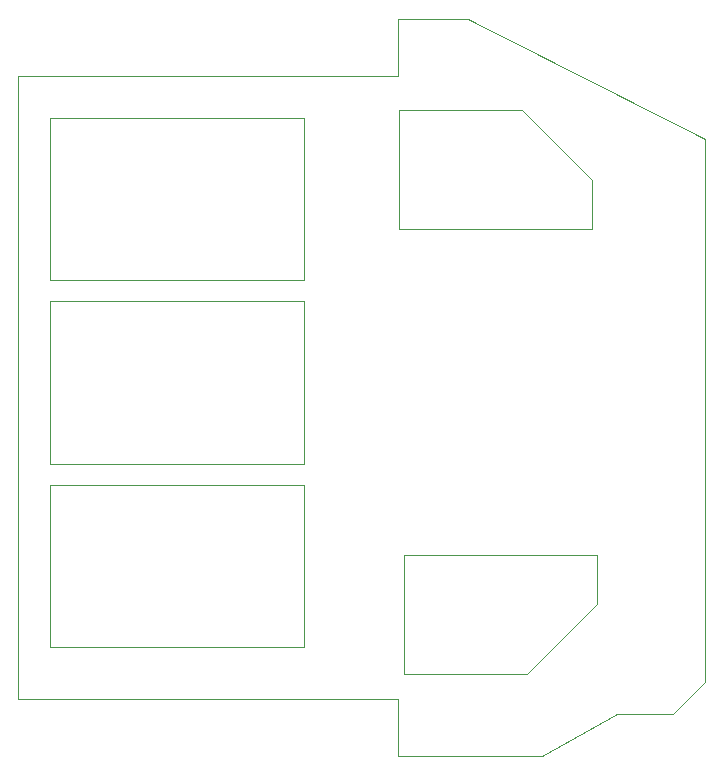
<source format=gm1>
G04 #@! TF.GenerationSoftware,KiCad,Pcbnew,(6.0.0)*
G04 #@! TF.CreationDate,2021-12-31T23:16:07+08:00*
G04 #@! TF.ProjectId,Trackpoint buttons,54726163-6b70-46f6-996e-742062757474,rev?*
G04 #@! TF.SameCoordinates,Original*
G04 #@! TF.FileFunction,Profile,NP*
%FSLAX46Y46*%
G04 Gerber Fmt 4.6, Leading zero omitted, Abs format (unit mm)*
G04 Created by KiCad (PCBNEW (6.0.0)) date 2021-12-31 23:16:07*
%MOMM*%
%LPD*%
G01*
G04 APERTURE LIST*
G04 #@! TA.AperFunction,Profile*
%ADD10C,0.100000*%
G04 #@! TD*
G04 APERTURE END LIST*
D10*
X88389880Y-87542500D02*
X81999880Y-91132500D01*
X61830000Y-52645000D02*
X40390000Y-52645000D01*
X40390000Y-52645000D02*
X40390000Y-66375000D01*
X40390000Y-66375000D02*
X61830000Y-66375000D01*
X61830000Y-66375000D02*
X61830000Y-52645000D01*
X37640000Y-33560000D02*
X37640000Y-33550000D01*
X81999880Y-91132500D02*
X69829880Y-91132500D01*
X59210000Y-86282500D02*
X37640000Y-86282500D01*
X95799880Y-38872500D02*
X95799880Y-84892500D01*
X86660000Y-78290000D02*
X86660000Y-74100000D01*
X61830000Y-37110000D02*
X40390000Y-37110000D01*
X40390000Y-37110000D02*
X40390000Y-50840000D01*
X40390000Y-50840000D02*
X61830000Y-50840000D01*
X61830000Y-50840000D02*
X61830000Y-37110000D01*
X69809880Y-33552500D02*
X69809880Y-28702500D01*
X86230000Y-46530000D02*
X86230000Y-42340000D01*
X95799880Y-84892500D02*
X93149880Y-87542500D01*
X60737380Y-33552500D02*
X37950000Y-33552500D01*
X69910000Y-36420000D02*
X69910000Y-46530000D01*
X80310000Y-36420000D02*
X70050000Y-36420000D01*
X70480000Y-84210000D02*
X80740000Y-84210000D01*
X37640000Y-34698392D02*
X37640000Y-33560000D01*
X60737380Y-33552500D02*
X69809880Y-33552500D01*
X37640000Y-86282500D02*
X37640000Y-86210000D01*
X93149880Y-87542500D02*
X88389880Y-87542500D01*
X37640000Y-34698392D02*
X37640000Y-86210000D01*
X70050000Y-36420000D02*
X69910000Y-36420000D01*
X86660000Y-74100000D02*
X70340000Y-74100000D01*
X75779880Y-28702500D02*
X95799880Y-38872500D01*
X70340000Y-74100000D02*
X70340000Y-84210000D01*
X69809880Y-28702500D02*
X75779880Y-28702500D01*
X37640000Y-33550000D02*
X37950000Y-33550000D01*
X69829880Y-91132500D02*
X69829880Y-86282500D01*
X70340000Y-84210000D02*
X70480000Y-84210000D01*
X69910000Y-46530000D02*
X86230000Y-46530000D01*
X61830000Y-68180000D02*
X40390000Y-68180000D01*
X40390000Y-68180000D02*
X40390000Y-81910000D01*
X40390000Y-81910000D02*
X61830000Y-81910000D01*
X61830000Y-81910000D02*
X61830000Y-68180000D01*
X86230000Y-42340000D02*
X80310000Y-36420000D01*
X62869880Y-86282500D02*
X59210000Y-86282500D01*
X80740000Y-84210000D02*
X86660000Y-78290000D01*
X69829880Y-86282500D02*
X62869880Y-86282500D01*
M02*

</source>
